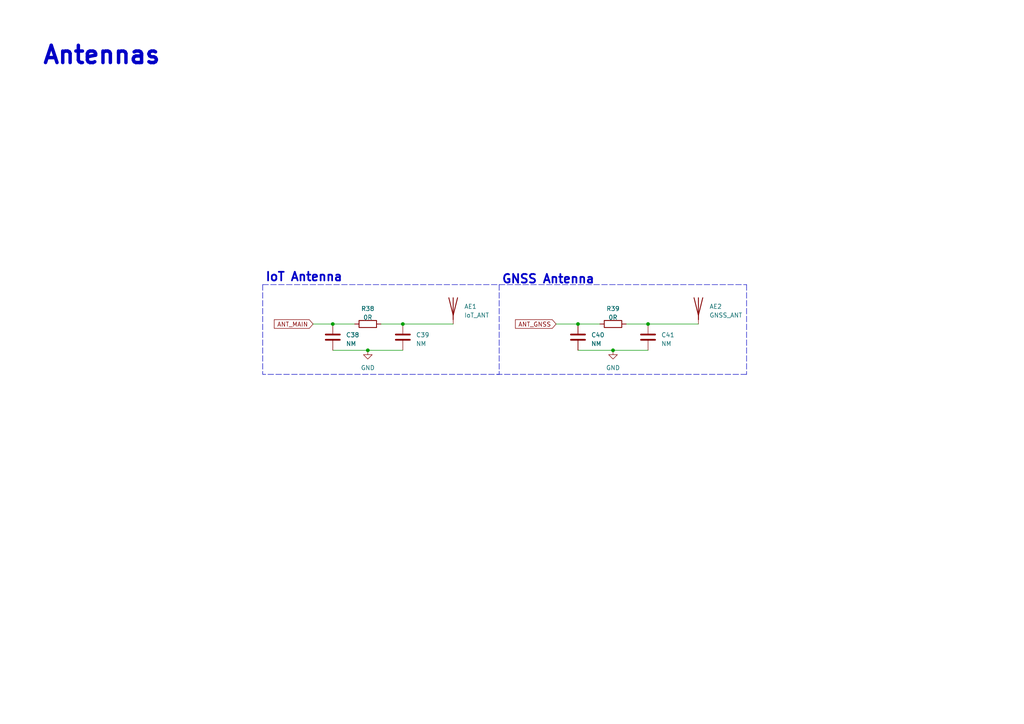
<source format=kicad_sch>
(kicad_sch (version 20230121) (generator eeschema)
  (paper "A4")
  (lib_symbols
    (symbol "Device:Antenna" (pin_numbers hide) (pin_names (offset 1.016) hide)
      (property "Reference" "AE" (at -1.905 1.905 0))
      (property "Value" "Antenna" (at -1.905 0 0))
      (symbol "Antenna_0_1"
        (polyline (pts (xy 0 2.54) (xy 0 -3.81)) (stroke (width 0.254)))
        (polyline (pts (xy 1.27 2.54) (xy 0 -2.54) (xy -1.27 2.54)) (stroke (width 0.254)))
      )
      (symbol "Antenna_1_1"
        (pin input line (at 0 -5.08 90) (length 2.54) (name "A") (number "1"))
      )
    )
    (symbol "Device:C" (pin_numbers hide) (pin_names (offset 0.254))
      (property "Reference" "C" (at 0.635 2.54 0))
      (property "Value" "C" (at 0.635 -2.54 0))
      (symbol "C_0_1"
        (polyline (pts (xy -2.032 -0.762) (xy 2.032 -0.762)) (stroke (width 0.508)))
        (polyline (pts (xy -2.032 0.762) (xy 2.032 0.762)) (stroke (width 0.508)))
      )
      (symbol "C_1_1"
        (pin passive line (at 0 3.81 270) (length 2.794) (name "~") (number "1"))
        (pin passive line (at 0 -3.81 90) (length 2.794) (name "~") (number "2"))
      )
    )
    (symbol "Device:R" (pin_numbers hide) (pin_names (offset 0))
      (property "Reference" "R" (at 2.032 0 90))
      (property "Value" "R" (at 0 0 90))
      (symbol "R_0_1"
        (rectangle (start -1.016 -2.54) (end 1.016 2.54) (stroke (width 0.254)))
      )
      (symbol "R_1_1"
        (pin passive line (at 0 3.81 270) (length 1.27) (name "~") (number "1"))
        (pin passive line (at 0 -3.81 90) (length 1.27) (name "~") (number "2"))
      )
    )
    (symbol "power:GND" (power) (pin_names (offset 0))
      (property "Value" "GND" (at 0 -3.81 0))
      (symbol "GND_0_1"
        (polyline (pts (xy 0 0) (xy 0 -1.27) (xy 1.27 -1.27) (xy 0 -2.54) (xy -1.27 -1.27) (xy 0 -1.27)))
      )
      (symbol "GND_1_1"
        (pin power_in line (at 0 0 270) (length 0) hide (name "GND") (number "1"))
      )
    )
  )
  (junction (at 96.52 93.98))
  (junction (at 187.96 93.98))
  (junction (at 177.8 101.6))
  (junction (at 106.68 101.6))
  (junction (at 167.64 93.98))
  (junction (at 116.84 93.98))
  (wire (pts (xy 167.64 93.98) (xy 173.99 93.98)))
  (polyline (pts (xy 216.535 82.55) (xy 216.535 108.585)) (stroke (width 0) (type dash)))
  (polyline (pts (xy 144.78 108.585) (xy 144.145 108.585)))
  (wire (pts (xy 116.84 93.98) (xy 131.445 93.98)))
  (wire (pts (xy 161.29 93.98) (xy 167.64 93.98)))
  (polyline (pts (xy 76.2 82.55) (xy 216.535 82.55)) (stroke (width 0) (type dash)))
  (wire (pts (xy 106.68 101.6) (xy 116.84 101.6)))
  (wire (pts (xy 167.64 101.6) (xy 177.8 101.6)))
  (polyline (pts (xy 144.78 82.55) (xy 144.78 108.585)) (stroke (width 0) (type dash)))
  (wire (pts (xy 177.8 101.6) (xy 187.96 101.6)))
  (wire (pts (xy 96.52 101.6) (xy 106.68 101.6)))
  (wire (pts (xy 110.49 93.98) (xy 116.84 93.98)))
  (wire (pts (xy 181.61 93.98) (xy 187.96 93.98)))
  (polyline (pts (xy 76.2 82.55) (xy 76.2 108.585)) (stroke (width 0) (type dash)))
  (wire (pts (xy 90.805 93.98) (xy 96.52 93.98)))
  (wire (pts (xy 187.96 93.98) (xy 202.565 93.98)))
  (wire (pts (xy 96.52 93.98) (xy 102.87 93.98)))
  (polyline (pts (xy 216.535 108.585) (xy 76.2 108.585)) (stroke (width 0) (type dash)))
  (text "GNSS Antenna" (at 145.415 82.55 0) (effects (font (size 2.5 2.5) bold) (justify left bottom)))
  (text "IoT Antenna" (at 76.835 81.915 0) (effects (font (size 2.5 2.5) bold) (justify left bottom)))
  (text "Antennas" (at 12.065 19.05 0) (effects (font (size 5 5) bold) (justify left bottom)))
  (global_label "ANT_GNSS" (shape input) (at 161.29 93.98 180) (property "Intersheetrefs" "${INTERSHEET_REFS}" (effects hide)))
  (global_label "ANT_MAIN" (shape input) (at 90.805 93.98 180) (property "Intersheetrefs" "${INTERSHEET_REFS}" (effects hide)))
  (symbol (lib_id "Device:C") (at 96.52 97.79 0) (unit 1)
    (property "Reference" "C38" (at 100.33 97.155 0) (effects (justify left)))
    (property "Value" "NM" (at 100.33 99.695 0) (effects (justify left)))
    (property "Footprint" "Capacitor_SMD:C_0402_1005Metric" (effects hide))
  )
  (symbol (lib_id "Device:R") (at 177.8 93.98 90) (unit 1)
    (property "Reference" "R39" (at 177.8 89.535 90))
    (property "Value" "0R" (at 177.8 92.075 90))
    (property "Footprint" "Resistor_SMD:R_0402_1005Metric" (effects hide))
  )
  (symbol (lib_id "power:GND") (at 106.68 101.6 0) (unit 1)
    (property "Reference" "#PWR055" (effects hide))
    (property "Value" "GND" (at 106.68 106.68 0))
  )
  (symbol (lib_id "Device:C") (at 167.64 97.79 0) (unit 1)
    (property "Reference" "C40" (at 171.45 97.155 0) (effects (justify left)))
    (property "Value" "NM" (at 171.45 99.695 0) (effects (justify left)))
    (property "Footprint" "Capacitor_SMD:C_0402_1005Metric" (effects hide))
  )
  (symbol (lib_id "Device:R") (at 106.68 93.98 90) (unit 1)
    (property "Reference" "R38" (at 106.68 89.535 90))
    (property "Value" "0R" (at 106.68 92.075 90))
    (property "Footprint" "Resistor_SMD:R_0402_1005Metric" (effects hide))
  )
  (symbol (lib_id "Device:C") (at 116.84 97.79 0) (unit 1)
    (property "Reference" "C39" (at 120.65 97.155 0) (effects (justify left)))
    (property "Value" "NM" (at 120.65 99.695 0) (effects (justify left)))
    (property "Footprint" "Capacitor_SMD:C_0402_1005Metric" (effects hide))
  )
  (symbol (lib_id "Device:C") (at 187.96 97.79 0) (unit 1)
    (property "Reference" "C41" (at 191.77 97.155 0) (effects (justify left)))
    (property "Value" "NM" (at 191.77 99.695 0) (effects (justify left)))
    (property "Footprint" "Capacitor_SMD:C_0402_1005Metric" (effects hide))
  )
  (symbol (lib_id "power:GND") (at 177.8 101.6 0) (unit 1)
    (property "Reference" "#PWR056" (effects hide))
    (property "Value" "GND" (at 177.8 106.68 0))
  )
  (symbol (lib_id "Device:Antenna") (at 202.565 88.9 0) (unit 1)
    (property "Reference" "AE2" (at 205.74 88.9 0) (effects (justify left)))
    (property "Value" "GNSS_ANT" (at 205.74 91.44 0) (effects (justify left)))
    (property "Footprint" "Connector_Coaxial:U.FL_Hirose_U.FL-R-SMT-1_Vertical" (effects hide))
  )
  (symbol (lib_id "Device:Antenna") (at 131.445 88.9 0) (unit 1)
    (property "Reference" "AE1" (at 134.62 88.9 0) (effects (justify left)))
    (property "Value" "IoT_ANT" (at 134.62 91.44 0) (effects (justify left)))
    (property "Footprint" "Connector_Coaxial:U.FL_Hirose_U.FL-R-SMT-1_Vertical" (effects hide))
  )
)
</source>
